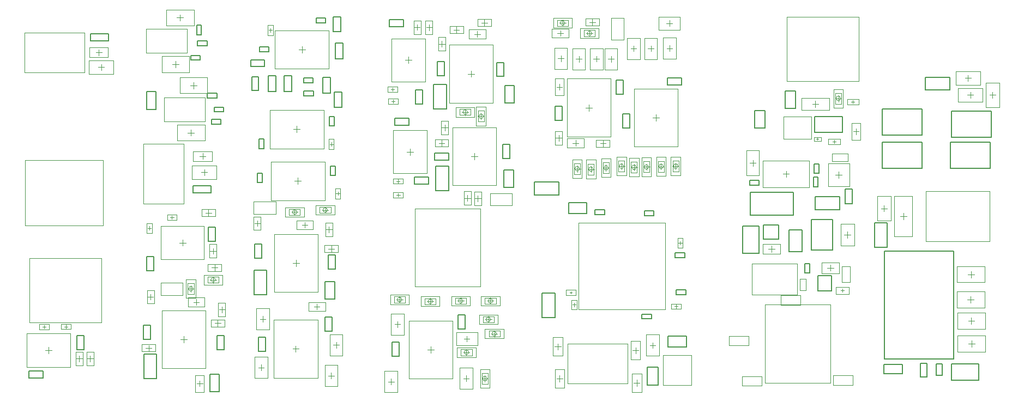
<source format=gbr>
%TF.GenerationSoftware,Altium Limited,Altium Designer,25.7.1 (20)*%
G04 Layer_Color=32768*
%FSLAX45Y45*%
%MOMM*%
%TF.SameCoordinates,D8C98939-B5AC-4A14-9F93-74B2487226E3*%
%TF.FilePolarity,Positive*%
%TF.FileFunction,Other,Top_Courtyard*%
%TF.Part,Single*%
G01*
G75*
%TA.AperFunction,NonConductor*%
%ADD120C,0.20000*%
%ADD122C,0.10000*%
%ADD219C,0.05000*%
%ADD220C,0.00100*%
D120*
X7545000Y6932255D02*
X7665000D01*
Y7162875D01*
X7545000D02*
X7665000D01*
X7545000Y6932255D02*
Y7162875D01*
X7527500Y8335308D02*
X7647500D01*
X7527500Y8104688D02*
Y8335308D01*
Y8104688D02*
X7647500D01*
Y8335308D01*
X15395673Y5339393D02*
Y5540607D01*
X15014458D02*
X15395673D01*
X15014458Y5339393D02*
Y5540607D01*
Y5339393D02*
X15395673D01*
X9089393Y6902392D02*
X9290607D01*
Y7283605D01*
X9089393D02*
X9290607D01*
X9089393Y6902392D02*
Y7283605D01*
X9119393Y5634329D02*
X9320607D01*
Y6015542D01*
X9119393D02*
X9320607D01*
X9119393Y5634329D02*
Y6015542D01*
X6296893Y4014330D02*
X6498106D01*
Y4395544D01*
X6296893D02*
X6498106D01*
X6296893Y4014330D02*
Y4395544D01*
X4586893Y2709328D02*
X4788107D01*
Y3090542D01*
X4586893D02*
X4788107D01*
X4586893Y2709328D02*
Y3090542D01*
X14070000Y6880310D02*
X14235001D01*
X14070000Y6609690D02*
Y6880310D01*
Y6609690D02*
X14235001D01*
Y6880310D01*
X16719580Y7196893D02*
Y7398107D01*
Y7196893D02*
X17100793D01*
Y7398107D01*
X16719580D02*
X17100793D01*
X10649393Y5566893D02*
Y5768107D01*
Y5566893D02*
X11030607D01*
Y5768107D01*
X10649393D02*
X11030607D01*
X10771893Y3656893D02*
X10973107D01*
Y4038107D01*
X10771893D02*
X10973107D01*
X10771893Y3656893D02*
Y4038107D01*
X15931892Y4749393D02*
X16133107D01*
Y5130607D01*
X15931892D02*
X16133107D01*
X15931892Y4749393D02*
Y5130607D01*
X16090001Y3019999D02*
Y4689998D01*
Y3019999D02*
X17160001D01*
Y4689998D01*
X16090001D02*
X17160001D01*
X14849998Y4351376D02*
X14924998D01*
Y4498624D01*
X14849998D02*
X14924998D01*
X14849998Y4351376D02*
Y4498624D01*
X15057501Y5694233D02*
Y5841482D01*
X14982500Y5694233D02*
X15057501D01*
X14982500D02*
Y5841482D01*
X15057501D01*
X15057498Y4080001D02*
Y4310004D01*
Y4080001D02*
X15267496D01*
Y4310004D01*
X15057498D02*
X15267496D01*
X12471126Y3640003D02*
Y3715004D01*
X12323877D02*
X12471126D01*
X12323877Y3640003D02*
Y3715004D01*
Y3640003D02*
X12471126D01*
X7682499Y7684938D02*
Y7929936D01*
X7562499Y7684938D02*
X7682499D01*
X7562499D02*
Y7929936D01*
X7682499D01*
X7261733Y8244997D02*
Y8319999D01*
Y8244997D02*
X7408982D01*
Y8319999D01*
X7261733D02*
X7408982D01*
X5573878Y7145000D02*
X5721126D01*
Y7069999D02*
Y7145000D01*
X5573878Y7069999D02*
X5721126D01*
X5573878D02*
Y7145000D01*
X14210001Y4877501D02*
X14445000D01*
X14210001D02*
Y5097501D01*
X14445000D01*
Y4877501D02*
Y5097501D01*
X17109998Y5976998D02*
Y6383002D01*
X17728999D01*
Y5976998D02*
Y6383002D01*
X17109998Y5976998D02*
X17728999D01*
X17125002Y6464498D02*
X17744000D01*
Y6870502D01*
X17125002D02*
X17744000D01*
X17125002Y6464498D02*
Y6870502D01*
X17555530Y2687091D02*
Y2937911D01*
X17129709D02*
X17555530D01*
X17129709Y2687091D02*
Y2937911D01*
Y2687091D02*
X17555530D01*
X16641998Y2948406D02*
X16749248D01*
X16641998Y2741162D02*
Y2948406D01*
Y2741162D02*
X16749248D01*
Y2948406D01*
X16893878Y2761162D02*
Y2938409D01*
X16981122D01*
Y2761162D02*
Y2938409D01*
X16893878Y2761162D02*
X16981122D01*
X4629395Y6893878D02*
Y7176123D01*
X4775608D01*
Y6893878D02*
Y7176123D01*
X4629395Y6893878D02*
X4775608D01*
X9325000Y6104997D02*
Y6214999D01*
X9104996D02*
X9325000D01*
X9104996Y6104997D02*
Y6214999D01*
Y6104997D02*
X9325000D01*
X8807501Y7200001D02*
X8917503D01*
X8807501Y6980001D02*
Y7200001D01*
Y6980001D02*
X8917503D01*
Y7200001D01*
X5610001Y2512497D02*
X5760004D01*
Y2782499D01*
X5610001D02*
X5760004D01*
X5610001Y2512497D02*
Y2782499D01*
X11593876Y5340001D02*
X11741125D01*
Y5265000D02*
Y5340001D01*
X11593876Y5265000D02*
X11741125D01*
X11593876D02*
Y5340001D01*
X14007501Y5252502D02*
X14677502D01*
X14007501D02*
Y5612501D01*
X14677502D01*
Y5252502D02*
Y5612501D01*
X13889589Y5085288D02*
X14140408D01*
X13889589Y4659462D02*
Y5085288D01*
Y4659462D02*
X14140408D01*
Y5085288D01*
X15006970Y6537091D02*
Y6787911D01*
Y6537091D02*
X15432791D01*
Y6787911D01*
X15006970D02*
X15432791D01*
X14542503Y6909689D02*
X14707501D01*
Y7180311D01*
X14542503D02*
X14707501D01*
X14542503Y6909689D02*
Y7180311D01*
X15585004Y5430002D02*
Y5659999D01*
X15475002Y5430002D02*
X15585004D01*
X15475002D02*
Y5659999D01*
X15585004D01*
X13996021Y5722498D02*
X14143269D01*
X13996021D02*
Y5797499D01*
X14143269D01*
Y5722498D02*
Y5797499D01*
X16082671Y2935605D02*
X16369254D01*
Y2789392D02*
Y2935605D01*
X16082671Y2789392D02*
X16369254D01*
X16082671D02*
Y2935605D01*
X14995003Y6051128D02*
X15070003D01*
X14995003Y5903879D02*
Y6051128D01*
Y5903879D02*
X15070003D01*
Y6051128D01*
X16052998Y6900499D02*
X16672002D01*
X16052998Y6494501D02*
Y6900499D01*
Y6494501D02*
X16672002D01*
Y6900499D01*
X16050002Y5977001D02*
X16668999D01*
Y6383000D01*
X16050002D02*
X16668999D01*
X16050002Y5977001D02*
Y6383000D01*
X6367501Y3134998D02*
Y3355002D01*
X6477503D01*
Y3134998D02*
Y3355002D01*
X6367501Y3134998D02*
X6477503D01*
X12856020Y4090000D02*
X13003268D01*
Y4014999D02*
Y4090000D01*
X12856020Y4014999D02*
X13003268D01*
X12856020D02*
Y4090000D01*
X7452497Y4635002D02*
X7562499D01*
X7452497Y4415003D02*
Y4635002D01*
Y4415003D02*
X7562499D01*
Y4635002D01*
X6251158Y7561377D02*
X6458407D01*
X6251158D02*
Y7668626D01*
X6458407D01*
Y7561377D02*
Y7668626D01*
X7507503Y3447496D02*
Y3667501D01*
X7397501Y3447496D02*
X7507503D01*
X7397501D02*
Y3667501D01*
X7507503D01*
X5832500Y3162503D02*
Y3382503D01*
X5722498Y3162503D02*
X5832500D01*
X5722498D02*
Y3382503D01*
X5832500D01*
X6381374Y7792502D02*
Y7867503D01*
Y7792502D02*
X6528623D01*
Y7867503D01*
X6381374D02*
X6528623D01*
X6263879Y7401123D02*
X6371123D01*
X6263879Y7193874D02*
Y7401123D01*
Y7193874D02*
X6371123D01*
Y7401123D01*
X7220910Y7107499D02*
Y7182500D01*
X7073661D02*
X7220910D01*
X7073661Y7107499D02*
Y7182500D01*
Y7107499D02*
X7220910D01*
X6767500Y7420000D02*
X6887500D01*
X6767500Y7174997D02*
Y7420000D01*
Y7174997D02*
X6887500D01*
Y7420000D01*
X7216125Y7312503D02*
Y7387499D01*
X7068876D02*
X7216125D01*
X7068876Y7312503D02*
Y7387499D01*
Y7312503D02*
X7216125D01*
X7367499Y7397501D02*
X7487498D01*
X7367499Y7152503D02*
Y7397501D01*
Y7152503D02*
X7487498D01*
Y7397501D01*
X6522502Y7420000D02*
X6642501D01*
X6522502Y7175002D02*
Y7420000D01*
Y7175002D02*
X6642501D01*
Y7420000D01*
X3757498Y7962001D02*
X4037497D01*
X3757498D02*
Y8072003D01*
X4037497D01*
Y7962001D02*
Y8072003D01*
X13010002Y3207502D02*
Y3372500D01*
X12724999D02*
X13010002D01*
X12724999Y3207502D02*
Y3372500D01*
Y3207502D02*
X13010002D01*
X4744999Y4387494D02*
Y4607499D01*
X4634997Y4387494D02*
X4744999D01*
X4634997D02*
Y4607499D01*
X4744999D01*
X14954692Y5187808D02*
X15285309D01*
X14954692Y4707189D02*
Y5187808D01*
Y4707189D02*
X15285309D01*
Y5187808D01*
X14609689Y4684771D02*
Y5025390D01*
X14805309D01*
Y4684771D02*
Y5025390D01*
X14609689Y4684771D02*
X14805309D01*
X11467501Y5275006D02*
Y5445003D01*
X11187501D02*
X11467501D01*
X11187501Y5275006D02*
Y5445003D01*
Y5275006D02*
X11467501D01*
X12361022Y5320000D02*
X12508271D01*
Y5244998D02*
Y5320000D01*
X12361022Y5244998D02*
X12508271D01*
X12361022D02*
Y5320000D01*
X12986836Y4592493D02*
Y4667494D01*
X12839587D02*
X12986836D01*
X12839587Y4592493D02*
Y4667494D01*
Y4592493D02*
X12986836D01*
X12572502Y2607498D02*
Y2892496D01*
X12407504Y2607498D02*
X12572502D01*
X12407504D02*
Y2892496D01*
X12572502D01*
X12130004Y6605001D02*
Y6825000D01*
X12020001Y6605001D02*
X12130004D01*
X12020001D02*
Y6825000D01*
X12130004D01*
X12714996Y7387504D02*
X12935001D01*
Y7277501D02*
Y7387504D01*
X12714996Y7277501D02*
X12935001D01*
X12714996D02*
Y7387504D01*
X11919996Y7349998D02*
X12029999D01*
X11919996Y7129993D02*
Y7349998D01*
Y7129993D02*
X12029999D01*
Y7349998D01*
X10327501Y5687498D02*
Y5957500D01*
X10177499Y5687498D02*
X10327501D01*
X10177499D02*
Y5957500D01*
X10327501D01*
X8487496Y6652499D02*
X8707501D01*
X8487496D02*
Y6762501D01*
X8707501D01*
Y6652499D02*
Y6762501D01*
X8787496Y5845002D02*
X9007500D01*
Y5735000D02*
Y5845002D01*
X8787496Y5735000D02*
X9007500D01*
X8787496D02*
Y5845002D01*
X10162499Y6134999D02*
Y6354999D01*
X10272501D01*
Y6134999D02*
Y6354999D01*
X10162499Y6134999D02*
X10272501D01*
X11085001Y6727499D02*
Y6947503D01*
X10974999Y6727499D02*
X11085001D01*
X10974999D02*
Y6947503D01*
X11085001D01*
X10342502Y6997502D02*
Y7267504D01*
X10192499Y6997502D02*
X10342502D01*
X10192499D02*
Y7267504D01*
X10342502D01*
X10067498Y7407499D02*
Y7627503D01*
X10177501D01*
Y7407499D02*
Y7627503D01*
X10067498Y7407499D02*
X10177501D01*
X6379997Y6435771D02*
X6454999D01*
X6379997Y6288522D02*
Y6435771D01*
Y6288522D02*
X6454999D01*
Y6435771D01*
X7487702Y6018845D02*
X7562703D01*
X7487702Y5871596D02*
Y6018845D01*
Y5871596D02*
X7562703D01*
Y6018845D01*
X6352499Y5761375D02*
X6427500D01*
Y5908624D01*
X6352499D02*
X6427500D01*
X6352499Y5761375D02*
Y5908624D01*
X7467498Y6639230D02*
X7542500D01*
Y6786479D01*
X7467498D02*
X7542500D01*
X7467498Y6639230D02*
Y6786479D01*
X9577502Y3484997D02*
Y3705001D01*
X9467499Y3484997D02*
X9577502D01*
X9467499D02*
Y3705001D01*
X9577502D01*
X8552500Y3059999D02*
Y3280004D01*
X8442498Y3059999D02*
X8552500D01*
X8442498D02*
Y3280004D01*
X8552500D01*
X3544999Y3165000D02*
Y3385004D01*
X3655001D01*
Y3165000D02*
Y3385004D01*
X3544999Y3165000D02*
X3655001D01*
X7552502Y3952499D02*
Y4222501D01*
X7402500Y3952499D02*
X7552502D01*
X7402500D02*
Y4222501D01*
X7552502D01*
X5589996Y4849998D02*
Y5070003D01*
X5699999D01*
Y4849998D02*
Y5070003D01*
X5589996Y4849998D02*
X5699999D01*
X6422502Y4584995D02*
Y4804999D01*
X6312499Y4584995D02*
X6422502D01*
X6312499D02*
Y4804999D01*
X6422502D01*
X8617501Y8182500D02*
Y8292502D01*
X8397496D02*
X8617501D01*
X8397496Y8182500D02*
Y8292502D01*
Y8182500D02*
X8617501D01*
X9142501Y7422500D02*
X9252504D01*
Y7642504D01*
X9142501D02*
X9252504D01*
X9142501Y7422500D02*
Y7642504D01*
X4584998Y3319999D02*
X4695000D01*
Y3540004D01*
X4584998D02*
X4695000D01*
X4584998Y3319999D02*
Y3540004D01*
X2802494Y2720000D02*
Y2830002D01*
Y2720000D02*
X3022498D01*
Y2830002D01*
X2802494D02*
X3022498D01*
X5407503Y8056372D02*
X5482504D01*
Y8203621D01*
X5407503D02*
X5482504D01*
X5407503Y8056372D02*
Y8203621D01*
X5313878Y7662499D02*
Y7737500D01*
Y7662499D02*
X5461127D01*
Y7737500D01*
X5313878D02*
X5461127D01*
X5636021Y6745000D02*
X5783270D01*
Y6669999D02*
Y6745000D01*
X5636021Y6669999D02*
X5783270D01*
X5636021D02*
Y6745000D01*
X5421200Y7890002D02*
Y7965003D01*
Y7890002D02*
X5568449D01*
Y7965003D01*
X5421200D02*
X5568449D01*
X5678875Y6857502D02*
Y6932503D01*
Y6857502D02*
X5826124D01*
Y6932503D01*
X5678875D02*
X5826124D01*
X5635005Y5597500D02*
Y5707502D01*
X5355006D02*
X5635005D01*
X5355006Y5597500D02*
Y5707502D01*
Y5597500D02*
X5635005D01*
D122*
X15280000Y6395000D02*
X15335001D01*
X15307500Y6367500D02*
Y6422500D01*
X5150000Y8272500D02*
Y8372500D01*
X5100000Y8322500D02*
X5200000D01*
X17439999Y3202500D02*
Y3302500D01*
X17389999Y3252500D02*
X17489999D01*
X17437500Y3560000D02*
Y3660000D01*
X17387500Y3610000D02*
X17487500D01*
X17432500Y4282500D02*
Y4382500D01*
X17382500Y4332500D02*
X17482500D01*
X17427499Y3892500D02*
Y3992500D01*
X17377499Y3942500D02*
X17477499D01*
X5360000Y7220000D02*
Y7320000D01*
X5310000Y7270000D02*
X5410000D01*
X5320000Y6485000D02*
Y6585000D01*
X5270000Y6535000D02*
X5370000D01*
X5080000Y7547500D02*
Y7647500D01*
X5030000Y7597500D02*
X5130000D01*
X9720000Y8067500D02*
X9810000D01*
X9765000Y8022500D02*
Y8112500D01*
X11247498Y6372500D02*
X11337498D01*
X11292498Y6327500D02*
Y6417500D01*
X7042500Y5100000D02*
X7132500D01*
X7087500Y5055000D02*
Y5145000D01*
X5357500Y3900000D02*
X5447500D01*
X5402500Y3855000D02*
Y3945000D01*
X17337500Y7382500D02*
X17432500D01*
X17385001Y7335000D02*
Y7430000D01*
X17375000Y7120000D02*
X17470000D01*
X17422501Y7072500D02*
Y7167500D01*
X17767500Y7075000D02*
Y7170000D01*
X17720000Y7122500D02*
X17814999D01*
X16082500Y5310000D02*
Y5405000D01*
X16035001Y5357500D02*
X16130000D01*
X14509831Y5892368D02*
X14609831D01*
X14559834Y5842366D02*
Y5942371D01*
X11220002Y4033501D02*
Y4066501D01*
X11203502Y4050001D02*
X11236502D01*
X7042501Y7776500D02*
Y7876499D01*
X6992498Y7826502D02*
X7092498D01*
X3012505Y3517500D02*
X3067506D01*
X3040003Y3490002D02*
Y3544998D01*
X9442501Y8090004D02*
Y8180001D01*
X9397502Y8135002D02*
X9487500D01*
X7600002Y5562501D02*
Y5617502D01*
X7572504Y5589999D02*
X7627500D01*
X8534999Y5752506D02*
Y5807502D01*
X8507501Y5780004D02*
X8562503D01*
X8449999Y7182502D02*
Y7237498D01*
X8422501Y7210000D02*
X8477497D01*
X4647504Y5052502D02*
X4702500D01*
X4675002Y5025004D02*
Y5080000D01*
X12647498Y2614996D02*
Y3079999D01*
Y2614996D02*
X13087497D01*
Y3079999D01*
X12647498D02*
X13087497D01*
X6555001Y8100003D02*
Y8154999D01*
X6527503Y8127501D02*
X6582499D01*
X11159998Y6473998D02*
Y7374001D01*
X11839997Y6473998D02*
Y7374001D01*
X11159998D02*
X11839997D01*
X11159998Y6473998D02*
X11839997D01*
X11449995Y6923999D02*
X11549995D01*
X11499997Y6873997D02*
Y6973997D01*
X14237000Y2646502D02*
Y3862502D01*
X15249002D01*
Y2646502D02*
Y3862502D01*
X14237000Y2646502D02*
X15249002D01*
X15245999Y4385000D02*
Y4485000D01*
X15196002Y4435003D02*
X15296002D01*
X15435004Y4055003D02*
Y4109999D01*
X15407504Y4082501D02*
X15462502D01*
X12487499Y3184997D02*
Y3275000D01*
X12442495Y3230001D02*
X12532497D01*
X5800001Y3739998D02*
Y3829996D01*
X5755002Y3784997D02*
X5844999D01*
X8382503Y2664998D02*
X8472500D01*
X8427502Y2620000D02*
Y2710002D01*
X8694501Y7612497D02*
Y7712502D01*
X8644499Y7662499D02*
X8744499D01*
X9327500Y6999000D02*
Y7899004D01*
X10007498Y6999000D02*
Y7899004D01*
X9327500D02*
X10007498D01*
X9327500Y6999000D02*
X10007498D01*
X9617502Y7449002D02*
X9717502D01*
X9667499Y7399000D02*
Y7498999D01*
X8722502Y6187501D02*
Y6287501D01*
X8672505Y6237498D02*
X8772505D01*
X5187498Y4774504D02*
Y4874504D01*
X5137495Y4824501D02*
X5237500D01*
X3107497Y3102000D02*
Y3202000D01*
X3057495Y3152003D02*
X3157499D01*
X9717502Y6114999D02*
Y6214999D01*
X9667499Y6165002D02*
X9767504D01*
X9377502Y5715000D02*
X10057501D01*
X9377502Y6615003D02*
X10057501D01*
Y5715000D02*
Y6615003D01*
X9377502Y5715000D02*
Y6615003D01*
X6949501Y4456196D02*
Y4556196D01*
X6899499Y4506199D02*
X6999503D01*
X6609502Y4056197D02*
X7289500D01*
X6609502Y4956200D02*
X7289500D01*
Y4056197D02*
Y4956200D01*
X6609502Y4056197D02*
Y4956200D01*
X5204998Y3275000D02*
Y3375000D01*
X5154996Y3325002D02*
X5255001D01*
X4864999Y2875001D02*
X5544998D01*
X4864999Y3775004D02*
X5544998D01*
Y2875001D02*
Y3775004D01*
X4864999Y2875001D02*
Y3775004D01*
X8787501Y8172501D02*
X8877498D01*
X8832499Y8127503D02*
Y8217500D01*
X9567499Y5517500D02*
X9657497D01*
X9612498Y5472501D02*
Y5562498D01*
X5642503Y4437502D02*
X5732501D01*
X5687502Y4392503D02*
Y4482501D01*
X3585002Y2977500D02*
Y3067502D01*
X3540003Y3022503D02*
X3630000D01*
X5455001Y2590002D02*
Y2680000D01*
X5410002Y2635001D02*
X5499999D01*
X14030000Y4012499D02*
X14729997D01*
X14030000D02*
Y4502501D01*
X14729997D01*
Y4012499D02*
Y4502501D01*
X15377499Y5830001D02*
Y5930001D01*
X15327498Y5879998D02*
X15427498D01*
X14966000Y6977502D02*
X15066000D01*
X15015997Y6927499D02*
Y7027499D01*
X15047504Y6417499D02*
Y6452501D01*
X15030002Y6435000D02*
X15064999D01*
X15570003Y7012500D02*
X15624998D01*
X15597501Y6985002D02*
Y7039998D01*
X15647502Y6507500D02*
Y6597503D01*
X15602504Y6552499D02*
X15692500D01*
X12242500Y2597504D02*
Y2692500D01*
X12195002Y2645002D02*
X12289998D01*
X16382503Y5184999D02*
Y5285003D01*
X16332500Y5235001D02*
X16432504D01*
X14043233Y6011814D02*
Y6111814D01*
X13993236Y6061812D02*
X14093236D01*
X12147499Y7842499D02*
X12237496D01*
X12192498Y7797500D02*
Y7887498D01*
X6607348Y2724841D02*
Y3624844D01*
X7287346Y2724841D02*
Y3624844D01*
X6607348D02*
X7287346D01*
X6607348Y2724841D02*
X7287346D01*
X6897345Y3174843D02*
X6997349D01*
X6947347Y3124840D02*
Y3224840D01*
X9813498Y4139499D02*
Y5355499D01*
X8801501Y4139499D02*
X9813498D01*
X8801501D02*
Y5355499D01*
X9813498D01*
X8705002Y2709997D02*
Y3610000D01*
X9385000Y2709997D02*
Y3610000D01*
X8705002D02*
X9385000D01*
X8705002Y2709997D02*
X9385000D01*
X8994999Y3159999D02*
X9095003D01*
X9045001Y3109996D02*
Y3209996D01*
X7497501Y2712502D02*
Y2802504D01*
X7452502Y2757500D02*
X7542500D01*
X6365001Y2885003D02*
X6454999D01*
X6410000Y2840004D02*
Y2930002D01*
X6962501Y6537503D02*
Y6637503D01*
X6912498Y6587500D02*
X7012498D01*
X2740000Y5094500D02*
Y6106502D01*
Y5094500D02*
X3956000D01*
Y6106502D01*
X2740000D02*
X3956000D01*
X3889994Y7734503D02*
Y7829499D01*
X3842496Y7782001D02*
X3937497D01*
X3925001Y7504506D02*
Y7599502D01*
X3877497Y7552004D02*
X3972499D01*
X14335004Y4680001D02*
Y4774997D01*
X14287500Y4727499D02*
X14382501D01*
X10967501Y3210001D02*
X11062497D01*
X11014999Y3162503D02*
Y3257504D01*
X12175002Y3150001D02*
X12269998D01*
X12222500Y3102498D02*
Y3197499D01*
X10997505Y2712497D02*
X11092501D01*
X11045003Y2664999D02*
Y2760000D01*
X12887498Y4820001D02*
X12942499D01*
X12915001Y4792502D02*
Y4847499D01*
X11242502Y3860002D02*
X11297498D01*
X11270000Y3832499D02*
Y3887500D01*
X12852246Y3807751D02*
Y3862752D01*
X12824748Y3835254D02*
X12879749D01*
X11552499Y8207502D02*
Y8297499D01*
X11507500Y8252501D02*
X11597503D01*
X12537501Y6717497D02*
Y6817497D01*
X12487504Y6767500D02*
X12587503D01*
X12197502Y6317498D02*
X12877499D01*
X12197502Y7217501D02*
X12877499D01*
Y6317498D02*
Y7217501D01*
X12197502Y6317498D02*
Y7217501D01*
X12702499Y8235000D02*
X12792502D01*
X12747498Y8190001D02*
Y8279999D01*
X12460097Y7797399D02*
Y7887396D01*
X12415098Y7842397D02*
X12505096D01*
X12750002Y7802504D02*
Y7892501D01*
X12705004Y7847503D02*
X12795001D01*
X11615000Y7637497D02*
Y7727500D01*
X11570001Y7682496D02*
X11659999D01*
X9260002Y6567500D02*
Y6657503D01*
X9215003Y6612504D02*
X9305000D01*
X11717496Y6322503D02*
Y6412501D01*
X11672498Y6367502D02*
X11762500D01*
X8510001Y5564998D02*
X8564997D01*
X8537499Y5537500D02*
Y5592496D01*
X9730003Y5512501D02*
X9820001D01*
X9775002Y5467502D02*
Y5557500D01*
X11842504Y7635006D02*
Y7725003D01*
X11797506Y7680004D02*
X11887503D01*
X11342502Y7635001D02*
Y7724999D01*
X11297503Y7680000D02*
X11387501D01*
X11062498Y7642504D02*
Y7732502D01*
X11017499Y7687503D02*
X11107496D01*
X10985002Y6452499D02*
X11074999D01*
X11030001Y6407495D02*
Y6497498D01*
X10997499Y7245005D02*
X11087496D01*
X11042498Y7200006D02*
Y7290003D01*
X9167500Y6372499D02*
X9257497D01*
X9212499Y6327501D02*
Y6417498D01*
X15465002Y4947503D02*
X15559999D01*
X15512502Y4900005D02*
Y4995001D01*
X9017500Y8125002D02*
Y8215004D01*
X8972501Y8170005D02*
X9062498D01*
X9874997Y8199999D02*
Y8289996D01*
X9829998Y8244997D02*
X9920000D01*
X11055001Y8035002D02*
Y8125000D01*
X11010003Y8080001D02*
X11100000D01*
X7472500Y6357499D02*
X7527497D01*
X7499998Y6330001D02*
Y6385002D01*
X6929999Y5783499D02*
X7029999D01*
X6980001Y5733501D02*
Y5833501D01*
X9592498Y2669997D02*
Y2760000D01*
X9547499Y2715001D02*
X9637502D01*
X8482503Y3557499D02*
X8572500D01*
X8527501Y3512500D02*
Y3602497D01*
X9602500Y3285002D02*
Y3375000D01*
X9557502Y3330001D02*
X9647499D01*
X6305001Y5125004D02*
X6394999D01*
X6350000Y5080005D02*
Y5170002D01*
X7500000Y4685005D02*
Y4775002D01*
X7455002Y4730003D02*
X7544999D01*
X5024999Y5190002D02*
Y5244998D01*
X4997501Y5217500D02*
X5052497D01*
X5662498Y4649998D02*
Y4740001D01*
X5617500Y4694997D02*
X5707497D01*
X7417501Y5030003D02*
X7507498D01*
X7462500Y4984999D02*
Y5075001D01*
X7275002Y3785001D02*
Y3874999D01*
X7229998Y3830000D02*
X7320001D01*
X5592501Y5245003D02*
Y5335001D01*
X5547497Y5290002D02*
X5637500D01*
X9215001Y7869996D02*
Y7959999D01*
X9170002Y7915000D02*
X9260000D01*
X8430001Y7022501D02*
X8484997D01*
X8457499Y6995003D02*
Y7049999D01*
X7575000Y3190003D02*
Y3280000D01*
X7530001Y3235001D02*
X7619999D01*
X6434999Y3592505D02*
Y3682502D01*
X6390000Y3637504D02*
X6479997D01*
X5689998Y3572500D02*
X5780000D01*
X5734996Y3527501D02*
Y3617498D01*
X4662499Y3142501D02*
Y3232499D01*
X4617500Y3187500D02*
X4707502D01*
X3754999Y2977500D02*
Y3067497D01*
X3710000Y3022498D02*
X3799997D01*
X3380003Y3492506D02*
Y3547502D01*
X3352505Y3520004D02*
X3407501D01*
X5452501Y6170000D02*
X5547502D01*
X5499999Y6122502D02*
Y6217498D01*
X5479999Y5919998D02*
X5575000D01*
X5527502Y5872500D02*
Y5967496D01*
X4692498Y3937498D02*
Y4027500D01*
X4647499Y3982502D02*
X4737496D01*
D219*
X6965000Y5300000D02*
G03*
X6965000Y5300000I-35000J0D01*
G01*
X11542500Y8080000D02*
G03*
X11542500Y8080000I-35000J0D01*
G01*
X9612500Y6855000D02*
G03*
X9612500Y6855000I-35000J0D01*
G01*
X7440000Y5332500D02*
G03*
X7440000Y5332500I-35000J0D01*
G01*
X5700000Y4247500D02*
G03*
X5700000Y4247500I-35000J0D01*
G01*
X11125000Y8240000D02*
G03*
X11125000Y8240000I-35000J0D01*
G01*
X5353498Y4108459D02*
G03*
X5353498Y4108459I-35000J0D01*
G01*
X9860000Y6790000D02*
G03*
X9860000Y6790000I-35000J0D01*
G01*
X8592498Y3939997D02*
G03*
X8592498Y3939997I-35000J0D01*
G01*
X15407500Y7067500D02*
G03*
X15407500Y7067500I-35000J0D01*
G01*
X11352500Y5975000D02*
G03*
X11352500Y5975000I-35000J0D01*
G01*
X11565000Y5967500D02*
G03*
X11565000Y5967500I-35000J0D01*
G01*
X12655000Y6010000D02*
G03*
X12655000Y6010000I-35000J0D01*
G01*
X12427500Y6002500D02*
G03*
X12427500Y6002500I-35000J0D01*
G01*
X12882500Y6014998D02*
G03*
X12882500Y6014998I-35000J0D01*
G01*
X12235000Y5997500D02*
G03*
X12235000Y5997500I-35000J0D01*
G01*
X12040000Y6012500D02*
G03*
X12040000Y6012500I-35000J0D01*
G01*
X11800000Y5987500D02*
G03*
X11800000Y5987500I-35000J0D01*
G01*
X9972496Y3632500D02*
G03*
X9972496Y3632500I-35000J0D01*
G01*
X9632501Y3120001D02*
G03*
X9632501Y3120001I-35000J0D01*
G01*
X9919999Y2712501D02*
G03*
X9919999Y2712501I-35000J0D01*
G01*
X10005002Y3920000D02*
G03*
X10005002Y3920000I-35000J0D01*
G01*
X9070002Y3912500D02*
G03*
X9070002Y3912500I-35000J0D01*
G01*
X9542500Y3920000D02*
G03*
X9542500Y3920000I-35000J0D01*
G01*
X10064999Y3410002D02*
G03*
X10064999Y3410002I-35000J0D01*
G01*
X2810000Y3581500D02*
Y4583500D01*
X3929000D01*
Y3581500D02*
Y4583500D01*
X2810000Y3581500D02*
X3929000D01*
X15397501Y6350000D02*
Y6440000D01*
X15217500Y6350000D02*
Y6440000D01*
Y6350000D02*
X15397501D01*
X15217500Y6440000D02*
X15397501D01*
X4935000Y8197500D02*
X5365000D01*
X4935000Y8447500D02*
X5365000D01*
Y8197500D02*
Y8447500D01*
X4935000Y8197500D02*
Y8447500D01*
X15687500Y7335500D02*
Y8337500D01*
X14568500Y7335500D02*
X15687500D01*
X14568500D02*
Y8337500D01*
X15687500D01*
X17225000Y3377500D02*
X17655000D01*
X17225000Y3127500D02*
X17655000D01*
X17225000D02*
Y3377500D01*
X17655000Y3127500D02*
Y3377500D01*
X17222501Y3735000D02*
X17652499D01*
X17222501Y3485000D02*
X17652499D01*
X17222501D02*
Y3735000D01*
X17652499Y3485000D02*
Y3735000D01*
X17217500Y4457500D02*
X17647501D01*
X17217500Y4207500D02*
X17647501D01*
X17217500D02*
Y4457500D01*
X17647501Y4207500D02*
Y4457500D01*
X17212500Y4067500D02*
X17642500D01*
X17212500Y3817500D02*
X17642500D01*
X17212500D02*
Y4067500D01*
X17642500Y3817500D02*
Y4067500D01*
X5145000Y7395000D02*
X5575000D01*
X5145000Y7145000D02*
X5575000D01*
X5145000D02*
Y7395000D01*
X5575000Y7145000D02*
Y7395000D01*
X5105000Y6410000D02*
X5535000D01*
X5105000Y6660000D02*
X5535000D01*
Y6410000D02*
Y6660000D01*
X5105000Y6410000D02*
Y6660000D01*
X4865000Y7472500D02*
X5295000D01*
X4865000Y7722500D02*
X5295000D01*
Y7472500D02*
Y7722500D01*
X4865000Y7472500D02*
Y7722500D01*
X9895000Y7997500D02*
Y8137500D01*
X9635000Y7997500D02*
Y8137500D01*
Y7997500D02*
X9895000D01*
X9635000Y8137500D02*
X9895000D01*
X11162498Y6302500D02*
Y6442500D01*
X11422498Y6302500D02*
Y6442500D01*
X11162498D02*
X11422498D01*
X11162498Y6302500D02*
X11422498D01*
X7217500Y5030000D02*
Y5170000D01*
X6957500Y5030000D02*
Y5170000D01*
Y5030000D02*
X7217500D01*
X6957500Y5170000D02*
X7217500D01*
X5532500Y3830000D02*
Y3970000D01*
X5272500Y3830000D02*
Y3970000D01*
Y3830000D02*
X5532500D01*
X5272500Y3970000D02*
X5532500D01*
X11339500Y3785997D02*
X12684501D01*
X11339500D02*
Y5130998D01*
X12684501D01*
Y3785997D02*
Y5130998D01*
X17195000Y7277500D02*
Y7487500D01*
X17575000Y7277500D02*
Y7487500D01*
X17195000D02*
X17575000D01*
X17195000Y7277500D02*
X17575000D01*
X17612500Y7015000D02*
Y7225000D01*
X17232500Y7015000D02*
Y7225000D01*
Y7015000D02*
X17612500D01*
X17232500Y7225000D02*
X17612500D01*
X17662500Y6932500D02*
X17872501D01*
X17662500Y7312500D02*
X17872501D01*
X17662500Y6932500D02*
Y7312500D01*
X17872501Y6932500D02*
Y7312500D01*
X15977499Y5547500D02*
X16187500D01*
X15977499Y5167500D02*
X16187500D01*
Y5547500D01*
X15977499Y5167500D02*
Y5547500D01*
X4900003Y6707504D02*
Y7077501D01*
Y6707504D02*
X5540001D01*
Y7077501D01*
X4900003D02*
X5540001D01*
X6785000Y5375000D02*
X7075000D01*
X6785000Y5225000D02*
Y5375000D01*
Y5225000D02*
X7075000D01*
Y5375000D01*
X6930000Y5250000D02*
Y5350000D01*
X6880000Y5300000D02*
X6980000D01*
X4620001Y7774996D02*
Y8144998D01*
Y7774996D02*
X5260000D01*
Y8144998D01*
X4620001D02*
X5260000D01*
X11362500Y8005000D02*
X11652500D01*
Y8155000D01*
X11362500D02*
X11652500D01*
X11362500Y8005000D02*
Y8155000D01*
X11507500Y8030000D02*
Y8130000D01*
X11457500Y8080000D02*
X11557500D01*
X9432500Y6780000D02*
X9722500D01*
Y6930000D01*
X9432500D02*
X9722500D01*
X9432500Y6780000D02*
Y6930000D01*
X9577500Y6805000D02*
Y6905000D01*
X9527500Y6855000D02*
X9627500D01*
X7260000Y5257500D02*
X7550000D01*
Y5407500D01*
X7260000D02*
X7550000D01*
X7260000Y5257500D02*
Y5407500D01*
X7405000Y5282500D02*
Y5382500D01*
X7355001Y5332500D02*
X7455000D01*
X5520000Y4322500D02*
X5810000D01*
X5520000Y4172500D02*
Y4322500D01*
Y4172500D02*
X5810000D01*
Y4322500D01*
X5665000Y4197500D02*
Y4297500D01*
X5615000Y4247500D02*
X5715000D01*
X10945000Y8165000D02*
X11235000D01*
Y8315000D01*
X10945000D02*
X11235000D01*
X10945000Y8165000D02*
Y8315000D01*
X11090000Y8190000D02*
Y8290000D01*
X11040000Y8240000D02*
X11140000D01*
X5243498Y3963459D02*
Y4253459D01*
Y3963459D02*
X5393498D01*
Y4253459D01*
X5243498D02*
X5393498D01*
X5268498Y4108459D02*
X5368498D01*
X5318498Y4058459D02*
Y4158459D01*
X9900000Y6645000D02*
Y6935000D01*
X9750000D02*
X9900000D01*
X9750000Y6645000D02*
Y6935000D01*
Y6645000D02*
X9900000D01*
X9775000Y6790000D02*
X9875000D01*
X9825000Y6740000D02*
Y6840000D01*
X14197334Y5682366D02*
Y6102370D01*
X14922331Y5682366D02*
Y6102370D01*
X14197334D02*
X14922331D01*
X14197334Y5682366D02*
X14922331D01*
X11145001Y4090001D02*
X11295003D01*
X11145001Y4010001D02*
X11295003D01*
X11145001D02*
Y4090001D01*
X11295003Y4010001D02*
Y4090001D01*
X6622501Y8126501D02*
X7462500D01*
X6622501Y7526503D02*
X7462500D01*
X6622501D02*
Y8126501D01*
X7462500Y7526503D02*
Y8126501D01*
X2965002Y3477500D02*
Y3557500D01*
X3115004Y3477500D02*
Y3557500D01*
X2965002D02*
X3115004D01*
X2965002Y3477500D02*
X3115004D01*
X9337503Y8080001D02*
X9547500D01*
X9337503Y8190003D02*
X9547500D01*
Y8080001D02*
Y8190003D01*
X9337503Y8080001D02*
Y8190003D01*
X7560002Y5509999D02*
X7640002D01*
X7560002Y5669999D02*
X7640002D01*
X7560002Y5509999D02*
Y5669999D01*
X7640002Y5509999D02*
Y5669999D01*
X13877499Y2600000D02*
X14182500D01*
X13877499D02*
Y2750000D01*
X14182500D01*
Y2600000D02*
Y2750000D01*
X13677499Y3225000D02*
X13982500D01*
X13677499D02*
Y3375000D01*
X13982500D01*
Y3225000D02*
Y3375000D01*
X14475000Y4007500D02*
X14780000D01*
Y3857500D02*
Y4007500D01*
X14475000Y3857500D02*
X14780000D01*
X14475000D02*
Y4007500D01*
X15292500Y2762500D02*
X15597501D01*
Y2612500D02*
Y2762500D01*
X15292500Y2612500D02*
X15597501D01*
X15292500D02*
Y2762500D01*
X15272501Y6088000D02*
X15517500D01*
X15272501D02*
Y6212000D01*
X15517500D01*
Y6088000D02*
Y6212000D01*
X15552991Y4215046D02*
Y4460046D01*
X15428992Y4215046D02*
X15552991D01*
X15428992D02*
Y4460046D01*
X15552991D01*
X8459998Y5740004D02*
X8610001D01*
X8459998Y5820004D02*
X8610001D01*
Y5740004D02*
Y5820004D01*
X8459998Y5740004D02*
Y5820004D01*
X8374998Y7250000D02*
X8525000D01*
X8374998Y7170000D02*
X8525000D01*
X8374998D02*
Y7250000D01*
X8525000Y7170000D02*
Y7250000D01*
X4715002Y4977501D02*
Y5127503D01*
X4635002Y4977501D02*
Y5127503D01*
X4715002D01*
X4635002Y4977501D02*
X4715002D01*
X8507501Y3939997D02*
X8607501D01*
X8557499Y3890000D02*
Y3990000D01*
X8412500Y3864996D02*
Y4014998D01*
X8702502D01*
Y3864996D02*
Y4014998D01*
X8412500Y3864996D02*
X8702502D01*
X6515001Y8047501D02*
X6595001D01*
X6515001Y8207501D02*
X6595001D01*
X6515001Y8047501D02*
Y8207501D01*
X6595001Y8047501D02*
Y8207501D01*
X14865997Y4084005D02*
Y4266001D01*
X14773997Y4084005D02*
X14865997D01*
X14773997D02*
Y4266001D01*
X14865997D01*
X15110999Y4350004D02*
X15381000D01*
X15110999Y4520001D02*
X15381000D01*
Y4350004D02*
Y4520001D01*
X15110999Y4350004D02*
Y4520001D01*
X15330003Y4137502D02*
X15540001D01*
X15330003Y4027500D02*
X15540001D01*
X15330003D02*
Y4137502D01*
X15540001Y4027500D02*
Y4137502D01*
X12387499Y3395000D02*
X12587498D01*
X12387499Y3064998D02*
X12587498D01*
Y3395000D01*
X12387499Y3064998D02*
Y3395000D01*
X5745000Y3889996D02*
X5855002D01*
X5745000Y3679998D02*
X5855002D01*
Y3889996D01*
X5745000Y3679998D02*
Y3889996D01*
X8327502Y2500000D02*
Y2830002D01*
X8527501Y2500000D02*
Y2830002D01*
X8327502Y2500000D02*
X8527501D01*
X8327502Y2830002D02*
X8527501D01*
X8434502Y7327499D02*
X8954501D01*
X8434502Y7997500D02*
X8954501D01*
X8434502Y7327499D02*
Y7997500D01*
X8954501Y7327499D02*
Y7997500D01*
X8462503Y5902498D02*
X8982502D01*
X8462503Y6572499D02*
X8982502D01*
X8462503Y5902498D02*
Y6572499D01*
X8982502Y5902498D02*
Y6572499D01*
X4852497Y4564502D02*
X5522498D01*
X4852497Y5084501D02*
X5522498D01*
Y4564502D02*
Y5084501D01*
X4852497Y4564502D02*
Y5084501D01*
X2772496Y2892003D02*
X3442498D01*
X2772496Y3412002D02*
X3442498D01*
Y2892003D02*
Y3412002D01*
X2772496Y2892003D02*
Y3412002D01*
X8887501Y8067503D02*
Y8277500D01*
X8777498Y8067503D02*
Y8277500D01*
X8887501D01*
X8777498Y8067503D02*
X8887501D01*
X9667499Y5412501D02*
Y5622498D01*
X9557497Y5412501D02*
Y5622498D01*
X9667499D01*
X9557497Y5412501D02*
X9667499D01*
X5582503Y4382501D02*
Y4492503D01*
X5792500Y4382501D02*
Y4492503D01*
X5582503D02*
X5792500D01*
X5582503Y4382501D02*
X5792500D01*
X3530001Y3127502D02*
X3640003D01*
X3530001Y2917500D02*
X3640003D01*
Y3127502D01*
X3530001Y2917500D02*
Y3127502D01*
X5384998Y2504999D02*
X5525003D01*
X5384998Y2765003D02*
X5525003D01*
X5384998Y2504999D02*
Y2765003D01*
X5525003Y2504999D02*
Y2765003D01*
X15212497Y5705003D02*
X15542499D01*
X15212497Y6054999D02*
X15542499D01*
X15212497Y5705003D02*
Y6054999D01*
X15542499Y5705003D02*
Y6054999D01*
X14796999Y7070004D02*
X15234996D01*
X14796999Y6885000D02*
Y7070004D01*
Y6885000D02*
X15234996D01*
Y7070004D01*
X14992502Y6464997D02*
X15102499D01*
X14992502Y6404998D02*
X15102499D01*
X14992502D02*
Y6464997D01*
X15102499Y6404998D02*
Y6464997D01*
X15687505Y6967501D02*
Y7057498D01*
X15507500Y6967501D02*
Y7057498D01*
Y6967501D02*
X15687505D01*
X15507500Y7057498D02*
X15687505D01*
X15577499Y6422502D02*
X15717505D01*
X15577499Y6682501D02*
X15717505D01*
X15577499Y6422502D02*
Y6682501D01*
X15717505Y6422502D02*
Y6682501D01*
X14525000Y6437498D02*
Y6787500D01*
Y6437498D02*
X14949998D01*
Y6787500D01*
X14525000D02*
X14949998D01*
X15447502Y6922503D02*
Y7212500D01*
X15297501D02*
X15447502D01*
X15297501Y6922503D02*
Y7212500D01*
Y6922503D02*
X15447502D01*
X15322504Y7067501D02*
X15422504D01*
X15372501Y7017499D02*
Y7117499D01*
X12167499Y2790000D02*
X12317501D01*
X12167499Y2500003D02*
X12317501D01*
Y2790000D01*
X12167499Y2500003D02*
Y2790000D01*
X17720000Y4847499D02*
Y5627502D01*
X16734998D02*
X17720000D01*
X16734998Y4847499D02*
Y5627502D01*
Y4847499D02*
X17720000D01*
X16242502Y4924999D02*
X16522502D01*
X16242502Y5545003D02*
X16522502D01*
X16242502Y4924999D02*
Y5545003D01*
X16522502Y4924999D02*
Y5545003D01*
X13943233Y6256812D02*
X14143233D01*
X13943233Y5866811D02*
X14143233D01*
Y6256812D01*
X13943233Y5866811D02*
Y6256812D01*
X12092498Y7677495D02*
Y8007497D01*
X12292498Y7677495D02*
Y8007497D01*
X12092498Y7677495D02*
X12292498D01*
X12092498Y8007497D02*
X12292498D01*
X7397501Y2592502D02*
X7597501D01*
X7397501Y2922504D02*
X7597501D01*
X7397501Y2592502D02*
Y2922504D01*
X7597501Y2592502D02*
Y2922504D01*
X6310000Y2720000D02*
Y3050002D01*
X6510000Y2720000D02*
Y3050002D01*
X6310000Y2720000D02*
X6510000D01*
X6310000Y3050002D02*
X6510000D01*
X6542502Y6287501D02*
X7382500D01*
X6542502Y6887500D02*
X7382500D01*
Y6287501D02*
Y6887500D01*
X6542502Y6287501D02*
Y6887500D01*
X3744996Y7857002D02*
X4034998D01*
X3744996Y7707000D02*
X4034998D01*
X3744996D02*
Y7857002D01*
X4034998Y7707000D02*
Y7857002D01*
X3734998Y7657002D02*
X4114998D01*
X3734998Y7447005D02*
X4114998D01*
X3734998D02*
Y7657002D01*
X4114998Y7447005D02*
Y7657002D01*
X2735503Y7467000D02*
Y8088000D01*
X3667003D01*
Y7467000D02*
Y8088000D01*
X2735503Y7467000D02*
X3667003D01*
X14200002Y4802500D02*
X14470000D01*
X14200002Y4652498D02*
X14470000D01*
X14200002D02*
Y4802500D01*
X14470000Y4652498D02*
Y4802500D01*
X11090000Y3065002D02*
Y3355004D01*
X10939998Y3065002D02*
Y3355004D01*
X11090000D01*
X10939998Y3065002D02*
X11090000D01*
X12297501Y3004998D02*
Y3295000D01*
X12147499Y3004998D02*
Y3295000D01*
X12297501D01*
X12147499Y3004998D02*
X12297501D01*
X12099503Y2636500D02*
Y3257499D01*
X11168004Y2636500D02*
X12099503D01*
X11168004D02*
Y3257499D01*
X12099503D01*
X11120004Y2567499D02*
Y2857501D01*
X10970002Y2567499D02*
Y2857501D01*
X11120004D01*
X10970002Y2567499D02*
X11120004D01*
X12955000Y4744999D02*
Y4895002D01*
X12875002Y4744999D02*
Y4895002D01*
X12955000D01*
X12875002Y4744999D02*
X12955000D01*
X11310000Y3785001D02*
Y3934998D01*
X11230000Y3785001D02*
Y3934998D01*
X11310000D01*
X11230000Y3785001D02*
X11310000D01*
X12777250Y3875254D02*
X12927248D01*
X12777250Y3795255D02*
X12927248D01*
X12777250D02*
Y3875254D01*
X12927248Y3795255D02*
Y3875254D01*
X11317502Y5925002D02*
Y6025002D01*
X11267505Y5974999D02*
X11367505D01*
X11242501Y6119998D02*
X11392504D01*
Y5830001D02*
Y6119998D01*
X11242501Y5830001D02*
X11392504D01*
X11242501D02*
Y6119998D01*
X11530001Y5917502D02*
Y6017502D01*
X11480003Y5967504D02*
X11580003D01*
X11454999Y6112503D02*
X11605002D01*
Y5822501D02*
Y6112503D01*
X11454999Y5822501D02*
X11605002D01*
X11454999D02*
Y6112503D01*
X12620000Y5960003D02*
Y6060003D01*
X12569998Y6010001D02*
X12669998D01*
X12544999Y6155004D02*
X12695001D01*
Y5865002D02*
Y6155004D01*
X12544999Y5865002D02*
X12695001D01*
X12544999D02*
Y6155004D01*
X12392503Y5952500D02*
Y6052500D01*
X12342500Y6002503D02*
X12442500D01*
X12317501Y6147501D02*
X12467504D01*
Y5857499D02*
Y6147501D01*
X12317501Y5857499D02*
X12467504D01*
X12317501D02*
Y6147501D01*
X12847498Y5964997D02*
Y6064997D01*
X12797495Y6014994D02*
X12897495D01*
X12772497Y6159998D02*
X12922499D01*
Y5869996D02*
Y6159998D01*
X12772497Y5869996D02*
X12922499D01*
X12772497D02*
Y6159998D01*
X12200002Y5947500D02*
Y6047500D01*
X12149999Y5997502D02*
X12249999D01*
X12125001Y6142501D02*
X12275003D01*
Y5852504D02*
Y6142501D01*
X12125001Y5852504D02*
X12275003D01*
X12125001D02*
Y6142501D01*
X12005001Y5962501D02*
Y6062500D01*
X11955004Y6012503D02*
X12055004D01*
X11930000Y6157502D02*
X12080003D01*
Y5867500D02*
Y6157502D01*
X11930000Y5867500D02*
X12080003D01*
X11930000D02*
Y6157502D01*
X11765001Y5937501D02*
Y6037500D01*
X11715004Y5987503D02*
X11815004D01*
X11690000Y6132502D02*
X11840002D01*
Y5842500D02*
Y6132502D01*
X11690000Y5842500D02*
X11840002D01*
X11690000D02*
Y6132502D01*
X11447501Y8197499D02*
X11657503D01*
X11447501Y8307502D02*
X11657503D01*
Y8197499D02*
Y8307502D01*
X11447501Y8197499D02*
Y8307502D01*
X12912502Y8135000D02*
Y8335000D01*
X12582500Y8135000D02*
Y8335000D01*
Y8135000D02*
X12912502D01*
X12582500Y8335000D02*
X12912502D01*
X12360097Y8007396D02*
X12560097D01*
X12360097Y7677399D02*
X12560097D01*
Y8007396D01*
X12360097Y7677399D02*
Y8007396D01*
X12650003Y8012501D02*
X12850002D01*
X12650003Y7682504D02*
X12850002D01*
Y8012501D01*
X12650003Y7682504D02*
Y8012501D01*
X11847500Y8320004D02*
X12037502D01*
X11847500Y7975006D02*
Y8320004D01*
Y7975006D02*
X12037502D01*
Y8320004D01*
X11515000Y7517498D02*
X11715000D01*
X11515000Y7847499D02*
X11715000D01*
X11515000Y7517498D02*
Y7847499D01*
X11715000Y7517498D02*
Y7847499D01*
X10307503Y5404998D02*
Y5595000D01*
X9962505D02*
X10307503D01*
X9962505Y5404998D02*
Y5595000D01*
Y5404998D02*
X10307503D01*
X9205001Y6507500D02*
X9315003D01*
X9205001Y6717502D02*
X9315003D01*
X9205001Y6507500D02*
Y6717502D01*
X9315003Y6507500D02*
Y6717502D01*
X11612498Y6312501D02*
X11822500D01*
X11612498Y6422503D02*
X11822500D01*
Y6312501D02*
Y6422503D01*
X11612498Y6312501D02*
Y6422503D01*
X8462498Y5524998D02*
Y5604998D01*
X8612500Y5524998D02*
Y5604998D01*
X8462498D02*
X8612500D01*
X8462498Y5524998D02*
X8612500D01*
X9830003Y5407503D02*
Y5617500D01*
X9720001Y5407503D02*
Y5617500D01*
X9830003D01*
X9720001Y5407503D02*
X9830003D01*
X11742505Y7515006D02*
X11942504D01*
X11742505Y7845003D02*
X11942504D01*
X11742505Y7515006D02*
Y7845003D01*
X11942504Y7515006D02*
Y7845003D01*
X11242502Y7515001D02*
X11442502D01*
X11242502Y7844998D02*
X11442502D01*
X11242502Y7515001D02*
Y7844998D01*
X11442502Y7515001D02*
Y7844998D01*
X10962498Y7522505D02*
X11162497D01*
X10962498Y7852501D02*
X11162497D01*
X10962498Y7522505D02*
Y7852501D01*
X11162497Y7522505D02*
Y7852501D01*
X11085002Y6347496D02*
Y6557498D01*
X10975000Y6347496D02*
Y6557498D01*
X11085002D01*
X10975000Y6347496D02*
X11085002D01*
X10972495Y7115002D02*
Y7375007D01*
X11112500Y7115002D02*
Y7375007D01*
X10972495Y7115002D02*
X11112500D01*
X10972495Y7375007D02*
X11112500D01*
X9107500Y6317498D02*
Y6427500D01*
X9317497Y6317498D02*
Y6427500D01*
X9107500D02*
X9317497D01*
X9107500Y6317498D02*
X9317497D01*
X15407503Y4777501D02*
Y5117506D01*
X15617500Y4777501D02*
Y5117506D01*
X15407503Y4777501D02*
X15617500D01*
X15407503Y5117506D02*
X15617500D01*
X9792498Y3557499D02*
X10082500D01*
Y3707501D01*
X9792498D02*
X10082500D01*
X9792498Y3557499D02*
Y3707501D01*
X9937496Y3582497D02*
Y3682497D01*
X9887499Y3632500D02*
X9987498D01*
X9452498Y3044998D02*
X9742500D01*
Y3195000D01*
X9452498D02*
X9742500D01*
X9452498Y3044998D02*
Y3195000D01*
X9597502Y3069996D02*
Y3169996D01*
X9547499Y3119999D02*
X9647499D01*
X9809998Y2567498D02*
Y2857500D01*
Y2567498D02*
X9960000D01*
Y2857500D01*
X9809998D02*
X9960000D01*
X9834997Y2712496D02*
X9934997D01*
X9884999Y2662499D02*
Y2762499D01*
X8962498Y8275004D02*
X9072501D01*
X8962498Y8065002D02*
X9072501D01*
Y8275004D01*
X8962498Y8065002D02*
Y8275004D01*
X9769998Y8189996D02*
X9980000D01*
X9769998Y8299999D02*
X9980000D01*
Y8189996D02*
Y8299999D01*
X9769998Y8189996D02*
Y8299999D01*
X10924999Y8009999D02*
X11185004D01*
X10924999Y8150004D02*
X11185004D01*
Y8009999D02*
Y8150004D01*
X10924999Y8009999D02*
Y8150004D01*
X7539998Y6277499D02*
Y6437498D01*
X7459999Y6277499D02*
Y6437498D01*
X7539998D01*
X7459999Y6277499D02*
X7539998D01*
X6560002Y5483499D02*
Y6083498D01*
X7400000Y5483499D02*
Y6083498D01*
X6560002D02*
X7400000D01*
X6560002Y5483499D02*
X7400000D01*
X9824999Y3845001D02*
X10115001D01*
Y3995003D01*
X9824999D02*
X10115001D01*
X9824999Y3845001D02*
Y3995003D01*
X9970003Y3870000D02*
Y3970000D01*
X9920000Y3920002D02*
X10020000D01*
X8890000Y3837498D02*
X9180002D01*
Y3987500D01*
X8890000D02*
X9180002D01*
X8890000Y3837498D02*
Y3987500D01*
X9035004Y3862497D02*
Y3962497D01*
X8985001Y3912499D02*
X9085001D01*
X9362501Y3845001D02*
X9652503D01*
Y3995003D01*
X9362501D02*
X9652503D01*
X9362501Y3845001D02*
Y3995003D01*
X9507499Y3870000D02*
Y3970000D01*
X9457502Y3920002D02*
X9557502D01*
X9492498Y2549997D02*
X9692498D01*
X9492498Y2879999D02*
X9692498D01*
X9492498Y2549997D02*
Y2879999D01*
X9692498Y2549997D02*
Y2879999D01*
X8427502Y3392495D02*
Y3722497D01*
X8627501Y3392495D02*
Y3722497D01*
X8427502Y3392495D02*
X8627501D01*
X8427502Y3722497D02*
X8627501D01*
X9437502Y3430001D02*
X9767499D01*
X9437502Y3230001D02*
X9767499D01*
X9437502D02*
Y3430001D01*
X9767499Y3230001D02*
Y3430001D01*
X9884999Y3335000D02*
X10175001D01*
Y3485002D01*
X9884999D02*
X10175001D01*
X9884999Y3335000D02*
Y3485002D01*
X10030003Y3359998D02*
Y3459998D01*
X9980000Y3410001D02*
X10080000D01*
X6294998Y5272499D02*
Y5462501D01*
Y5272499D02*
X6640001D01*
Y5462501D01*
X6294998D02*
X6640001D01*
X6405001Y5020005D02*
Y5230002D01*
X6294999Y5020005D02*
Y5230002D01*
X6405001D01*
X6294999Y5020005D02*
X6405001D01*
X7395002Y4675002D02*
X7604999D01*
X7395002Y4785004D02*
X7604999D01*
Y4675002D02*
Y4785004D01*
X7395002Y4675002D02*
Y4785004D01*
X4949998Y5257500D02*
X5100000D01*
X4949998Y5177500D02*
X5100000D01*
X4949998D02*
Y5257500D01*
X5100000Y5177500D02*
Y5257500D01*
X5607497Y4800001D02*
X5717499D01*
X5607497Y4589998D02*
X5717499D01*
Y4800001D01*
X5607497Y4589998D02*
Y4800001D01*
X7407499Y4924999D02*
Y5135001D01*
X7517501Y4924999D02*
Y5135001D01*
X7407499Y4924999D02*
X7517501D01*
X7407499Y5135001D02*
X7517501D01*
X7145000Y3759998D02*
X7404999D01*
X7145000Y3900002D02*
X7404999D01*
Y3759998D02*
Y3900002D01*
X7145000Y3759998D02*
Y3900002D01*
X5487497Y5235001D02*
X5697499D01*
X5487497Y5345003D02*
X5697499D01*
Y5235001D02*
Y5345003D01*
X5487497Y5235001D02*
Y5345003D01*
X9160000Y8019998D02*
X9270002D01*
X9160000Y7809996D02*
X9270002D01*
Y8019998D01*
X9160000Y7809996D02*
Y8019998D01*
X8382498Y6982501D02*
Y7062501D01*
X8532500Y6982501D02*
Y7062501D01*
X8382498D02*
X8532500D01*
X8382498Y6982501D02*
X8532500D01*
X7475000Y3070003D02*
X7675000D01*
X7475000Y3400000D02*
X7675000D01*
X7475000Y3070003D02*
Y3400000D01*
X7675000Y3070003D02*
Y3400000D01*
X6334999Y3472505D02*
X6534998D01*
X6334999Y3802502D02*
X6534998D01*
X6334999Y3472505D02*
Y3802502D01*
X6534998Y3472505D02*
Y3802502D01*
X5629998Y3517498D02*
Y3627501D01*
X5840000Y3517498D02*
Y3627501D01*
X5629998D02*
X5840000D01*
X5629998Y3517498D02*
X5840000D01*
X4848494Y4200962D02*
X5193497D01*
Y4010960D02*
Y4200962D01*
X4848494Y4010960D02*
X5193497D01*
X4848494D02*
Y4200962D01*
X4557500Y3132499D02*
X4767502D01*
X4557500Y3242501D02*
X4767502D01*
Y3132499D02*
Y3242501D01*
X4557500Y3132499D02*
Y3242501D01*
X3699998Y3127497D02*
X3810000D01*
X3699998Y2917500D02*
X3810000D01*
Y3127497D01*
X3699998Y2917500D02*
Y3127497D01*
X3305002Y3560004D02*
X3455004D01*
X3305002Y3480004D02*
X3455004D01*
X3305002D02*
Y3560004D01*
X3455004Y3480004D02*
Y3560004D01*
X4584502Y5428000D02*
Y6359500D01*
Y5428000D02*
X5205501D01*
Y6359500D01*
X4584502D02*
X5205501D01*
X5645003Y6094999D02*
Y6245001D01*
X5355001Y6094999D02*
Y6245001D01*
Y6094999D02*
X5645003D01*
X5355001Y6245001D02*
X5645003D01*
X5717499Y5815000D02*
Y6024997D01*
X5337500Y5815000D02*
Y6024997D01*
Y5815000D02*
X5717499D01*
X5337500Y6024997D02*
X5717499D01*
X4637496Y3877498D02*
X4747499D01*
X4637496Y4087500D02*
X4747499D01*
X4637496Y3877498D02*
Y4087500D01*
X4747499Y3877498D02*
Y4087500D01*
D220*
X6845000Y5347500D02*
X7015000D01*
X6845000Y5252500D02*
Y5347500D01*
Y5252500D02*
X7015000D01*
Y5347500D01*
X11422500Y8032500D02*
X11592500D01*
Y8127500D01*
X11422500D02*
X11592500D01*
X11422500Y8032500D02*
Y8127500D01*
X9492500Y6807500D02*
X9662500D01*
Y6902500D01*
X9492500D02*
X9662500D01*
X9492500Y6807500D02*
Y6902500D01*
X7320000Y5285000D02*
X7490001D01*
Y5380000D01*
X7320000D02*
X7490001D01*
X7320000Y5285000D02*
Y5380000D01*
X5580000Y4295000D02*
X5750000D01*
X5580000Y4200000D02*
Y4295000D01*
Y4200000D02*
X5750000D01*
Y4295000D01*
X11005000Y8192500D02*
X11175000D01*
Y8287500D01*
X11005000D02*
X11175000D01*
X11005000Y8192500D02*
Y8287500D01*
X5270998Y4023459D02*
Y4193459D01*
Y4023459D02*
X5365998D01*
Y4193459D01*
X5270998D02*
X5365998D01*
X9872500Y6705000D02*
Y6875000D01*
X9777500D02*
X9872500D01*
X9777500Y6705000D02*
Y6875000D01*
Y6705000D02*
X9872500D01*
X8472500Y3892499D02*
Y3987495D01*
X8642502D01*
Y3892499D02*
Y3987495D01*
X8472500Y3892499D02*
X8642502D01*
X15420000Y6982503D02*
Y7152500D01*
X15325003D02*
X15420000D01*
X15325003Y6982503D02*
Y7152500D01*
Y6982503D02*
X15420000D01*
X11270004Y6059998D02*
X11365000D01*
Y5890001D02*
Y6059998D01*
X11270004Y5890001D02*
X11365000D01*
X11270004D02*
Y6059998D01*
X11482503Y6052503D02*
X11577499D01*
Y5882501D02*
Y6052503D01*
X11482503Y5882501D02*
X11577499D01*
X11482503D02*
Y6052503D01*
X12572502Y6095004D02*
X12667498D01*
Y5925002D02*
Y6095004D01*
X12572502Y5925002D02*
X12667498D01*
X12572502D02*
Y6095004D01*
X12345005Y6087501D02*
X12440001D01*
Y5917499D02*
Y6087501D01*
X12345005Y5917499D02*
X12440001D01*
X12345005D02*
Y6087501D01*
X12800000Y6099998D02*
X12894997D01*
Y5929996D02*
Y6099998D01*
X12800000Y5929996D02*
X12894997D01*
X12800000D02*
Y6099998D01*
X12152504Y6082501D02*
X12247500D01*
Y5912504D02*
Y6082501D01*
X12152504Y5912504D02*
X12247500D01*
X12152504D02*
Y6082501D01*
X11957503Y6097502D02*
X12052499D01*
Y5927499D02*
Y6097502D01*
X11957503Y5927499D02*
X12052499D01*
X11957503D02*
Y6097502D01*
X11717503Y6072502D02*
X11812499D01*
Y5902499D02*
Y6072502D01*
X11717503Y5902499D02*
X11812499D01*
X11717503D02*
Y6072502D01*
X9852497Y3585002D02*
X10022500D01*
Y3679998D01*
X9852497D02*
X10022500D01*
X9852497Y3585002D02*
Y3679998D01*
X9512498Y3072501D02*
X9682500D01*
Y3167497D01*
X9512498D02*
X9682500D01*
X9512498Y3072501D02*
Y3167497D01*
X9837501Y2627498D02*
Y2797500D01*
Y2627498D02*
X9932497D01*
Y2797500D01*
X9837501D02*
X9932497D01*
X9884999Y3872504D02*
X10055001D01*
Y3967500D01*
X9884999D02*
X10055001D01*
X9884999Y3872504D02*
Y3967500D01*
X8950000Y3865001D02*
X9120002D01*
Y3959997D01*
X8950000D02*
X9120002D01*
X8950000Y3865001D02*
Y3959997D01*
X9422501Y3872504D02*
X9592503D01*
Y3967500D01*
X9422501D02*
X9592503D01*
X9422501Y3872504D02*
Y3967500D01*
X9944999Y3362503D02*
X10115001D01*
Y3457499D01*
X9944999D02*
X10115001D01*
X9944999Y3362503D02*
Y3457499D01*
%TF.MD5,743075f5212df2e64aa5235361e3af2f*%
M02*

</source>
